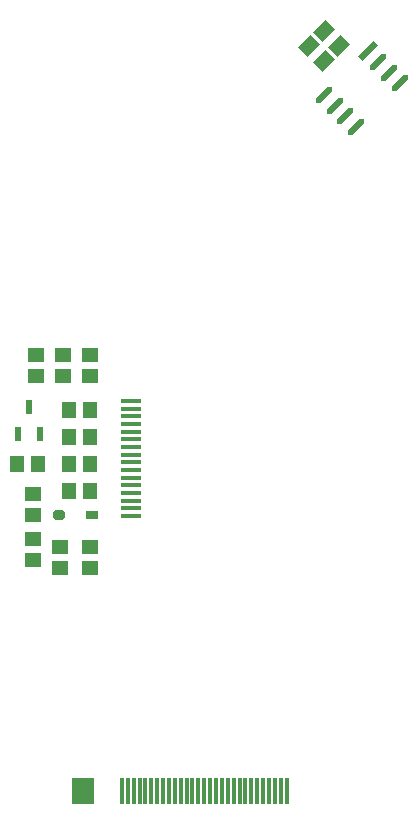
<source format=gbp>
G04*
G04 #@! TF.GenerationSoftware,Altium Limited,Altium Designer,21.2.2 (38)*
G04*
G04 Layer_Color=128*
%FSLAX24Y24*%
%MOIN*%
G70*
G04*
G04 #@! TF.SameCoordinates,13F91C56-90A4-4746-9D45-15C4089C9FE9*
G04*
G04*
G04 #@! TF.FilePolarity,Positive*
G04*
G01*
G75*
%ADD31R,0.0579X0.0457*%
%ADD33R,0.0457X0.0579*%
G04:AMPARAMS|DCode=39|XSize=39.4mil|YSize=31.5mil|CornerRadius=0mil|HoleSize=0mil|Usage=FLASHONLY|Rotation=180.000|XOffset=0mil|YOffset=0mil|HoleType=Round|Shape=Octagon|*
%AMOCTAGOND39*
4,1,8,-0.0197,0.0079,-0.0197,-0.0079,-0.0118,-0.0157,0.0118,-0.0157,0.0197,-0.0079,0.0197,0.0079,0.0118,0.0157,-0.0118,0.0157,-0.0197,0.0079,0.0*
%
%ADD39OCTAGOND39*%

%ADD40R,0.0394X0.0315*%
%ADD42R,0.0197X0.0472*%
G04:AMPARAMS|DCode=49|XSize=45.7mil|YSize=57.9mil|CornerRadius=0mil|HoleSize=0mil|Usage=FLASHONLY|Rotation=135.000|XOffset=0mil|YOffset=0mil|HoleType=Round|Shape=Rectangle|*
%AMROTATEDRECTD49*
4,1,4,0.0366,0.0043,-0.0043,-0.0366,-0.0366,-0.0043,0.0043,0.0366,0.0366,0.0043,0.0*
%
%ADD49ROTATEDRECTD49*%

%ADD98R,0.0709X0.0138*%
%ADD99R,0.0138X0.0860*%
%ADD100R,0.0730X0.0860*%
G04:AMPARAMS|DCode=101|XSize=21.7mil|YSize=70.9mil|CornerRadius=0mil|HoleSize=0mil|Usage=FLASHONLY|Rotation=135.000|XOffset=0mil|YOffset=0mil|HoleType=Round|Shape=Round|*
%AMOVALD101*
21,1,0.0492,0.0217,0.0000,0.0000,225.0*
1,1,0.0217,0.0174,0.0174*
1,1,0.0217,-0.0174,-0.0174*
%
%ADD101OVALD101*%

G04:AMPARAMS|DCode=102|XSize=21.7mil|YSize=70.9mil|CornerRadius=0mil|HoleSize=0mil|Usage=FLASHONLY|Rotation=135.000|XOffset=0mil|YOffset=0mil|HoleType=Round|Shape=Rectangle|*
%AMROTATEDRECTD102*
4,1,4,0.0327,0.0174,-0.0174,-0.0327,-0.0327,-0.0174,0.0174,0.0327,0.0327,0.0174,0.0*
%
%ADD102ROTATEDRECTD102*%

D31*
X1350Y5900D02*
D03*
Y6600D02*
D03*
X2250Y5650D02*
D03*
Y6350D02*
D03*
X3250Y5650D02*
D03*
Y6350D02*
D03*
X1350Y7400D02*
D03*
Y8100D02*
D03*
X2350Y12049D02*
D03*
Y12750D02*
D03*
X3250Y12049D02*
D03*
Y12750D02*
D03*
X1450Y12049D02*
D03*
Y12750D02*
D03*
D33*
X800Y9100D02*
D03*
X1501D02*
D03*
X3250D02*
D03*
X2549D02*
D03*
X2550Y10900D02*
D03*
X3250D02*
D03*
X2550Y10000D02*
D03*
X3250D02*
D03*
X2550Y8200D02*
D03*
X3251D02*
D03*
D39*
X2199Y7400D02*
D03*
D40*
X3301D02*
D03*
D42*
X1574Y10100D02*
D03*
X1200Y11000D02*
D03*
X826Y10100D02*
D03*
D49*
X11050Y22550D02*
D03*
X10554Y23046D02*
D03*
X11052Y23548D02*
D03*
X11548Y23052D02*
D03*
D98*
X4600Y7369D02*
D03*
Y7625D02*
D03*
Y7881D02*
D03*
Y8136D02*
D03*
Y8392D02*
D03*
Y8648D02*
D03*
Y8904D02*
D03*
Y9160D02*
D03*
Y9416D02*
D03*
Y9672D02*
D03*
Y9928D02*
D03*
Y10184D02*
D03*
Y10440D02*
D03*
Y10696D02*
D03*
Y10951D02*
D03*
Y11207D02*
D03*
D99*
X9810Y-1810D02*
D03*
X8420D02*
D03*
X8620D02*
D03*
X8820D02*
D03*
X9020D02*
D03*
X9210D02*
D03*
X9410D02*
D03*
X9610D02*
D03*
X7050D02*
D03*
X7250D02*
D03*
X7440D02*
D03*
X7640D02*
D03*
X7840D02*
D03*
X8030D02*
D03*
X8230D02*
D03*
X6650D02*
D03*
X6850D02*
D03*
X5480D02*
D03*
X6260D02*
D03*
X5670D02*
D03*
X6460D02*
D03*
X4290D02*
D03*
X4490D02*
D03*
X4890D02*
D03*
X5280D02*
D03*
X5870D02*
D03*
X4690D02*
D03*
X5080D02*
D03*
X6070D02*
D03*
D100*
X3014Y-1810D02*
D03*
D101*
X11039Y21400D02*
D03*
X12100Y20339D02*
D03*
X11746Y20692D02*
D03*
X11392Y21046D02*
D03*
X13561Y21800D02*
D03*
X12854Y22508D02*
D03*
X13208Y22154D02*
D03*
D102*
X12500Y22861D02*
D03*
M02*

</source>
